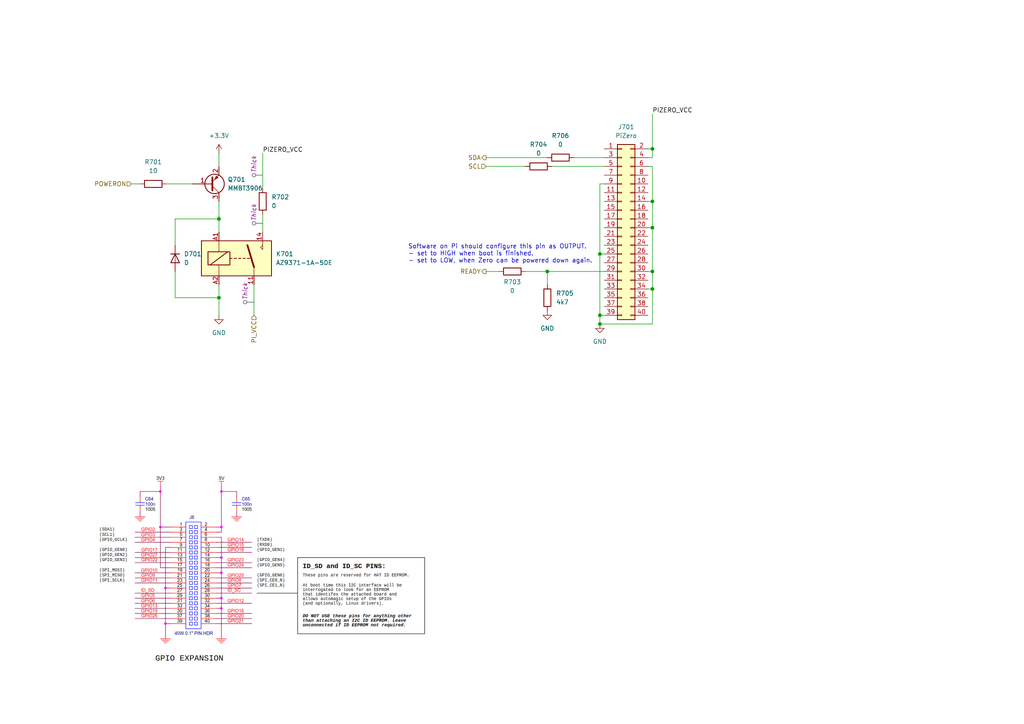
<source format=kicad_sch>
(kicad_sch (version 20231120) (generator "eeschema") (generator_version "8.0")
  (paper "A4")
  (title_block (title "Pouch 2") (date "2024-08-30") (company "Frankfurt University") (comment 2 "Author: Leon Schnieber"))
  (lib_symbols
    (symbol "Device:D" (pin_numbers hide) (pin_names (offset 1.016) hide)
      (property "Reference" "D" (at 0 2.54 0))
      (property "Value" "D" (at 0 -2.54 0))
      (symbol "D_0_1"
        (polyline (pts (xy -1.27 1.27) (xy -1.27 -1.27)) (stroke (width 0.254)))
        (polyline (pts (xy 1.27 0) (xy -1.27 0)))
        (polyline (pts (xy 1.27 1.27) (xy 1.27 -1.27) (xy -1.27 0) (xy 1.27 1.27)) (stroke (width 0.254)))
      )
      (symbol "D_1_1"
        (pin passive line (at -3.81 0 0) (length 2.54) (name "K") (number "1"))
        (pin passive line (at 3.81 0 180) (length 2.54) (name "A") (number "2"))
      )
    )
    (symbol "Device:R" (pin_numbers hide) (pin_names (offset 0))
      (property "Reference" "R" (at 2.032 0 90))
      (property "Value" "R" (at 0 0 90))
      (symbol "R_0_1"
        (rectangle (start -1.016 -2.54) (end 1.016 2.54) (stroke (width 0.254)))
      )
      (symbol "R_1_1"
        (pin passive line (at 0 3.81 270) (length 1.27) (name "~") (number "1"))
        (pin passive line (at 0 -3.81 90) (length 1.27) (name "~") (number "2"))
      )
    )
    (symbol "Relay:RM50-xx21"
      (property "Reference" "K" (at 11.43 3.81 0))
      (property "Value" "RM50-xx21" (at 11.43 1.27 0))
      (symbol "RM50-xx21_0_1"
        (rectangle (start -10.16 5.08) (end 10.16 -5.08) (stroke (width 0.254)) (fill (type background)))
        (rectangle (start -8.255 1.905) (end -1.905 -1.905) (stroke (width 0.254)))
        (polyline (pts (xy -7.62 -1.905) (xy -2.54 1.905)) (stroke (width 0.254)))
        (polyline (pts (xy -5.08 -5.08) (xy -5.08 -1.905)))
        (polyline (pts (xy -5.08 5.08) (xy -5.08 1.905)))
        (polyline (pts (xy -1.905 0) (xy -1.27 0)) (stroke (width 0.254)))
        (polyline (pts (xy -0.635 0) (xy 0 0)) (stroke (width 0.254)))
        (polyline (pts (xy 0.635 0) (xy 1.27 0)) (stroke (width 0.254)))
        (polyline (pts (xy 1.905 0) (xy 2.54 0)) (stroke (width 0.254)))
        (polyline (pts (xy 3.175 0) (xy 3.81 0)) (stroke (width 0.254)))
        (polyline (pts (xy 5.08 -2.54) (xy 3.175 3.81)) (stroke (width 0.508)))
        (polyline (pts (xy 5.08 -2.54) (xy 5.08 -5.08)))
        (polyline (pts (xy 7.62 5.08) (xy 7.62 2.54) (xy 6.985 3.175) (xy 7.62 3.81)))
      )
      (symbol "RM50-xx21_1_1"
        (pin passive line (at 5.08 -7.62 90) (length 2.54) (name "~") (number "11"))
        (pin passive line (at 7.62 7.62 270) (length 2.54) (name "~") (number "14"))
        (pin passive line (at -5.08 7.62 270) (length 2.54) (name "~") (number "A1"))
        (pin passive line (at -5.08 -7.62 90) (length 2.54) (name "~") (number "A2"))
      )
    )
    (symbol "SensorBoards:PiZero" (pin_names (offset 1.016) hide)
      (property "Reference" "J801" (at 1.27 29.21 0))
      (property "Value" "PiZero" (at 1.27 26.67 0))
      (symbol "PiZero_1_1"
        (rectangle (start -1.27 -25.273) (end 0 -25.527) (stroke (width 0.1524)))
        (rectangle (start -1.27 -22.733) (end 0 -22.987) (stroke (width 0.1524)))
        (rectangle (start -1.27 -20.193) (end 0 -20.447) (stroke (width 0.1524)))
        (rectangle (start -1.27 -17.653) (end 0 -17.907) (stroke (width 0.1524)))
        (rectangle (start -1.27 -15.113) (end 0 -15.367) (stroke (width 0.1524)))
        (rectangle (start -1.27 -12.573) (end 0 -12.827) (stroke (width 0.1524)))
        (rectangle (start -1.27 -10.033) (end 0 -10.287) (stroke (width 0.1524)))
        (rectangle (start -1.27 -7.493) (end 0 -7.747) (stroke (width 0.1524)))
        (rectangle (start -1.27 -4.953) (end 0 -5.207) (stroke (width 0.1524)))
        (rectangle (start -1.27 -2.413) (end 0 -2.667) (stroke (width 0.1524)))
        (rectangle (start -1.27 0.127) (end 0 -0.127) (stroke (width 0.1524)))
        (rectangle (start -1.27 2.667) (end 0 2.413) (stroke (width 0.1524)))
        (rectangle (start -1.27 5.207) (end 0 4.953) (stroke (width 0.1524)))
        (rectangle (start -1.27 7.747) (end 0 7.493) (stroke (width 0.1524)))
        (rectangle (start -1.27 10.287) (end 0 10.033) (stroke (width 0.1524)))
        (rectangle (start -1.27 12.827) (end 0 12.573) (stroke (width 0.1524)))
        (rectangle (start -1.27 15.367) (end 0 15.113) (stroke (width 0.1524)))
        (rectangle (start -1.27 17.907) (end 0 17.653) (stroke (width 0.1524)))
        (rectangle (start -1.27 20.447) (end 0 20.193) (stroke (width 0.1524)))
        (rectangle (start -1.27 22.987) (end 0 22.733) (stroke (width 0.1524)))
        (rectangle (start -1.27 24.13) (end 3.81 -26.67) (stroke (width 0.254)) (fill (type background)))
        (rectangle (start 3.81 -25.273) (end 2.54 -25.527) (stroke (width 0.1524)))
        (rectangle (start 3.81 -22.733) (end 2.54 -22.987) (stroke (width 0.1524)))
        (rectangle (start 3.81 -20.193) (end 2.54 -20.447) (stroke (width 0.1524)))
        (rectangle (start 3.81 -17.653) (end 2.54 -17.907) (stroke (width 0.1524)))
        (rectangle (start 3.81 -15.113) (end 2.54 -15.367) (stroke (width 0.1524)))
        (rectangle (start 3.81 -12.573) (end 2.54 -12.827) (stroke (width 0.1524)))
        (rectangle (start 3.81 -10.033) (end 2.54 -10.287) (stroke (width 0.1524)))
        (rectangle (start 3.81 -7.493) (end 2.54 -7.747) (stroke (width 0.1524)))
        (rectangle (start 3.81 -4.953) (end 2.54 -5.207) (stroke (width 0.1524)))
        (rectangle (start 3.81 -2.413) (end 2.54 -2.667) (stroke (width 0.1524)))
        (rectangle (start 3.81 0.127) (end 2.54 -0.127) (stroke (width 0.1524)))
        (rectangle (start 3.81 2.667) (end 2.54 2.413) (stroke (width 0.1524)))
        (rectangle (start 3.81 5.207) (end 2.54 4.953) (stroke (width 0.1524)))
        (rectangle (start 3.81 7.747) (end 2.54 7.493) (stroke (width 0.1524)))
        (rectangle (start 3.81 10.287) (end 2.54 10.033) (stroke (width 0.1524)))
        (rectangle (start 3.81 12.827) (end 2.54 12.573) (stroke (width 0.1524)))
        (rectangle (start 3.81 15.367) (end 2.54 15.113) (stroke (width 0.1524)))
        (rectangle (start 3.81 17.907) (end 2.54 17.653) (stroke (width 0.1524)))
        (rectangle (start 3.81 20.447) (end 2.54 20.193) (stroke (width 0.1524)))
        (rectangle (start 3.81 22.987) (end 2.54 22.733) (stroke (width 0.1524)))
        (pin passive line (at -5.08 22.86 0) (length 3.81) (name "Pin_1") (number "1"))
        (pin passive line (at 7.62 12.7 180) (length 3.81) (name "Pin_10") (number "10"))
        (pin passive line (at -5.08 10.16 0) (length 3.81) (name "Pin_11") (number "11"))
        (pin passive line (at 7.62 10.16 180) (length 3.81) (name "Pin_12") (number "12"))
        (pin passive line (at -5.08 7.62 0) (length 3.81) (name "Pin_13") (number "13"))
        (pin passive line (at 7.62 7.62 180) (length 3.81) (name "Pin_14") (number "14"))
        (pin passive line (at -5.08 5.08 0) (length 3.81) (name "Pin_15") (number "15"))
        (pin passive line (at 7.62 5.08 180) (length 3.81) (name "Pin_16") (number "16"))
        (pin passive line (at -5.08 2.54 0) (length 3.81) (name "Pin_17") (number "17"))
        (pin passive line (at 7.62 2.54 180) (length 3.81) (name "Pin_18") (number "18"))
        (pin passive line (at -5.08 0 0) (length 3.81) (name "Pin_19") (number "19"))
        (pin passive line (at 7.62 22.86 180) (length 3.81) (name "Pin_2") (number "2"))
        (pin passive line (at 7.62 0 180) (length 3.81) (name "Pin_20") (number "20"))
        (pin passive line (at -5.08 -2.54 0) (length 3.81) (name "Pin_21") (number "21"))
        (pin passive line (at 7.62 -2.54 180) (length 3.81) (name "Pin_22") (number "22"))
        (pin passive line (at -5.08 -5.08 0) (length 3.81) (name "Pin_23") (number "23"))
        (pin passive line (at 7.62 -5.08 180) (length 3.81) (name "Pin_24") (number "24"))
        (pin passive line (at -5.08 -7.62 0) (length 3.81) (name "Pin_25") (number "25"))
        (pin passive line (at 7.62 -7.62 180) (length 3.81) (name "Pin_26") (number "26"))
        (pin passive line (at -5.08 -10.16 0) (length 3.81) (name "Pin_27") (number "27"))
        (pin passive line (at 7.62 -10.16 180) (length 3.81) (name "Pin_28") (number "28"))
        (pin passive line (at -5.08 -12.7 0) (length 3.81) (name "Pin_29") (number "29"))
        (pin passive line (at -5.08 20.32 0) (length 3.81) (name "Pin_3") (number "3"))
        (pin passive line (at 7.62 -12.7 180) (length 3.81) (name "Pin_30") (number "30"))
        (pin passive line (at -5.08 -15.24 0) (length 3.81) (name "Pin_31") (number "31"))
        (pin passive line (at 7.62 -15.24 180) (length 3.81) (name "Pin_32") (number "32"))
        (pin passive line (at -5.08 -17.78 0) (length 3.81) (name "Pin_33") (number "33"))
        (pin passive line (at 7.62 -17.78 180) (length 3.81) (name "Pin_34") (number "34"))
        (pin passive line (at -5.08 -20.32 0) (length 3.81) (name "Pin_35") (number "35"))
        (pin passive line (at 7.62 -20.32 180) (length 3.81) (name "Pin_36") (number "36"))
        (pin passive line (at -5.08 -22.86 0) (length 3.81) (name "Pin_37") (number "37"))
        (pin passive line (at 7.62 -22.86 180) (length 3.81) (name "Pin_38") (number "38"))
        (pin passive line (at -5.08 -25.4 0) (length 3.81) (name "Pin_39") (number "39"))
        (pin passive line (at 7.62 20.32 180) (length 3.81) (name "Pin_4") (number "4"))
        (pin passive line (at 7.62 -25.4 180) (length 3.81) (name "Pin_40") (number "40"))
        (pin passive line (at -5.08 17.78 0) (length 3.81) (name "Pin_5") (number "5"))
        (pin passive line (at 7.62 17.78 180) (length 3.81) (name "Pin_6") (number "6"))
        (pin passive line (at -5.08 15.24 0) (length 3.81) (name "Pin_7") (number "7"))
        (pin passive line (at 7.62 15.24 180) (length 3.81) (name "Pin_8") (number "8"))
        (pin passive line (at -5.08 12.7 0) (length 3.81) (name "Pin_9") (number "9"))
      )
    )
    (symbol "Transistor_BJT:MMBT3906" (pin_names (offset 0) hide)
      (property "Reference" "Q" (at 5.08 1.905 0))
      (property "Value" "MMBT3906" (at 5.08 0 0))
      (symbol "MMBT3906_0_1"
        (polyline (pts (xy 0.635 0.635) (xy 2.54 2.54)))
        (polyline (pts (xy 0.635 -0.635) (xy 2.54 -2.54) (xy 2.54 -2.54)))
        (polyline (pts (xy 0.635 1.905) (xy 0.635 -1.905) (xy 0.635 -1.905)) (stroke (width 0.508)))
        (polyline (pts (xy 2.286 -1.778) (xy 1.778 -2.286) (xy 1.27 -1.27) (xy 2.286 -1.778) (xy 2.286 -1.778)) (fill (type outline)))
        (circle (center 1.27 0) (radius 2.8194) (stroke (width 0.254)))
      )
      (symbol "MMBT3906_1_1"
        (pin input line (at -5.08 0 0) (length 5.715) (name "B") (number "1"))
        (pin passive line (at 2.54 -5.08 90) (length 2.54) (name "E") (number "2"))
        (pin passive line (at 2.54 5.08 270) (length 2.54) (name "C") (number "3"))
      )
    )
    (symbol "power:+3.3V" (power) (pin_names (offset 0))
      (property "Value" "+3.3V" (at 0 3.556 0))
      (symbol "+3.3V_0_1"
        (polyline (pts (xy -0.762 1.27) (xy 0 2.54)))
        (polyline (pts (xy 0 0) (xy 0 2.54)))
        (polyline (pts (xy 0 2.54) (xy 0.762 1.27)))
      )
      (symbol "+3.3V_1_1"
        (pin power_in line (at 0 0 90) (length 0) hide (name "+3V3") (number "1"))
      )
    )
    (symbol "power:GND" (power) (pin_names (offset 0))
      (property "Value" "GND" (at 0 -3.81 0))
      (symbol "GND_0_1"
        (polyline (pts (xy 0 0) (xy 0 -1.27) (xy 1.27 -1.27) (xy 0 -2.54) (xy -1.27 -1.27) (xy 0 -1.27)))
      )
      (symbol "GND_1_1"
        (pin power_in line (at 0 0 270) (length 0) hide (name "GND") (number "1"))
      )
    )
  )
  (junction (at 63.5 63.5))
  (junction (at 173.99 91.44))
  (junction (at 173.99 73.66))
  (junction (at 158.75 78.74))
  (junction (at 189.23 66.04))
  (junction (at 189.23 78.74))
  (junction (at 173.99 93.98))
  (junction (at 189.23 58.42))
  (junction (at 189.23 83.82))
  (junction (at 189.23 43.18))
  (junction (at 63.5 86.36))
  (wire (pts (xy 187.96 66.04) (xy 189.23 66.04)))
  (wire (pts (xy 173.99 53.34) (xy 173.99 73.66)))
  (wire (pts (xy 187.96 45.72) (xy 189.23 45.72)))
  (wire (pts (xy 76.2 67.31) (xy 76.2 62.23)))
  (wire (pts (xy 158.75 78.74) (xy 158.75 82.55)))
  (wire (pts (xy 189.23 66.04) (xy 189.23 78.74)))
  (wire (pts (xy 187.96 78.74) (xy 189.23 78.74)))
  (wire (pts (xy 63.5 63.5) (xy 63.5 67.31)))
  (wire (pts (xy 189.23 48.26) (xy 189.23 58.42)))
  (wire (pts (xy 50.8 78.74) (xy 50.8 86.36)))
  (wire (pts (xy 63.5 82.55) (xy 63.5 86.36)))
  (wire (pts (xy 63.5 86.36) (xy 63.5 91.44)))
  (wire (pts (xy 140.97 45.72) (xy 158.75 45.72)))
  (wire (pts (xy 63.5 44.45) (xy 63.5 48.26)))
  (wire (pts (xy 173.99 73.66) (xy 173.99 91.44)))
  (wire (pts (xy 187.96 48.26) (xy 189.23 48.26)))
  (wire (pts (xy 140.97 78.74) (xy 144.78 78.74)))
  (wire (pts (xy 160.02 48.26) (xy 175.26 48.26)))
  (wire (pts (xy 158.75 78.74) (xy 175.26 78.74)))
  (wire (pts (xy 73.66 82.55) (xy 73.66 91.44)))
  (wire (pts (xy 173.99 93.98) (xy 173.99 91.44)))
  (wire (pts (xy 48.26 53.34) (xy 55.88 53.34)))
  (wire (pts (xy 50.8 63.5) (xy 63.5 63.5)))
  (wire (pts (xy 50.8 71.12) (xy 50.8 63.5)))
  (wire (pts (xy 189.23 93.98) (xy 173.99 93.98)))
  (wire (pts (xy 50.8 86.36) (xy 63.5 86.36)))
  (wire (pts (xy 63.5 58.42) (xy 63.5 63.5)))
  (wire (pts (xy 152.4 78.74) (xy 158.75 78.74)))
  (wire (pts (xy 173.99 91.44) (xy 175.26 91.44)))
  (wire (pts (xy 189.23 45.72) (xy 189.23 43.18)))
  (wire (pts (xy 76.2 54.61) (xy 76.2 44.45)))
  (wire (pts (xy 175.26 73.66) (xy 173.99 73.66)))
  (wire (pts (xy 189.23 33.02) (xy 189.23 43.18)))
  (wire (pts (xy 189.23 83.82) (xy 189.23 93.98)))
  (wire (pts (xy 166.37 45.72) (xy 175.26 45.72)))
  (wire (pts (xy 175.26 53.34) (xy 173.99 53.34)))
  (wire (pts (xy 187.96 83.82) (xy 189.23 83.82)))
  (wire (pts (xy 189.23 78.74) (xy 189.23 83.82)))
  (wire (pts (xy 140.97 48.26) (xy 152.4 48.26)))
  (wire (pts (xy 189.23 58.42) (xy 189.23 66.04)))
  (wire (pts (xy 187.96 43.18) (xy 189.23 43.18)))
  (wire (pts (xy 38.1 53.34) (xy 40.64 53.34)))
  (wire (pts (xy 187.96 58.42) (xy 189.23 58.42)))
  (image (at 74.93 165.1) (scale 0.270576))
  (text "Software on Pi should configure this pin as OUTPUT.\n- set to HIGH when boot is finished.\n- set to LOW, when Zero can be powered down again." (at 118.364 73.66 0) (effects (font (size 1.27 1.27)) (justify left)))
  (label "PIZERO_VCC" (at 76.2 44.45 0))
  (label "PIZERO_VCC" (at 189.23 33.02 0))
  (hierarchical_label "SDA" (shape output) (at 140.97 45.72 180))
  (hierarchical_label "READY" (shape output) (at 140.97 78.74 180))
  (hierarchical_label "SCL" (shape input) (at 140.97 48.26 180))
  (hierarchical_label "PI_VCC" (shape input) (at 73.66 91.44 270))
  (hierarchical_label "POWERON" (shape input) (at 38.1 53.34 180))
  (netclass_flag "" (length 2.54) (shape round) (at 76.2 50.8 90) (property "Netclass" "Thick" (at 73.66 50.1015 90) (effects (font (italic yes)) (justify left))))
  (netclass_flag "" (length 2.54) (shape round) (at 73.66 87.63 90) (property "Netclass" "Thick" (at 71.12 86.9315 90) (effects (font (italic yes)) (justify left))))
  (netclass_flag "" (length 2.54) (shape round) (at 76.2 64.77 90) (property "Netclass" "Thick" (at 73.66 64.0715 90) (effects (font (italic yes)) (justify left))))
  (symbol (lib_id "Device:R") (at 148.59 78.74 90) (unit 1)
    (property "Reference" "R703" (at 148.59 81.788 90))
    (property "Value" "0" (at 148.59 84.328 90))
    (property "Footprint" "Resistor_SMD:R_0805_2012Metric" (effects (hide yes)))
    (property "Description" "Resistor" (effects (hide yes)))
    (property "LCSC" "C17477" (effects (hide yes)))
    (property "MPN_Eurocircuit" "GPR08050R" (effects (hide yes)))
    (property "OrderStatus" "assembly" (effects (hide yes)))
  )
  (symbol (lib_id "Device:R") (at 76.2 58.42 180) (unit 1)
    (property "Reference" "R702" (at 78.74 57.1499 0) (effects (justify right)))
    (property "Value" "0" (at 78.74 59.6899 0) (effects (justify right)))
    (property "Footprint" "Resistor_SMD:R_0805_2012Metric" (effects (hide yes)))
    (property "Description" "Resistor" (effects (hide yes)))
    (property "LCSC" "C17477" (effects (hide yes)))
    (property "MPN_Eurocircuit" "GPR08050R" (effects (hide yes)))
    (property "OrderStatus" "assembly" (effects (hide yes)))
  )
  (symbol (lib_id "Device:R") (at 158.75 86.36 0) (unit 1)
    (property "Reference" "R705" (at 161.29 85.0899 0) (effects (justify left)))
    (property "Value" "4k7" (at 161.29 87.6299 0) (effects (justify left)))
    (property "Footprint" "Resistor_SMD:R_0805_2012Metric" (effects (hide yes)))
    (property "Description" "Resistor" (effects (hide yes)))
    (property "LCSC" "C17673" (effects (hide yes)))
    (property "MPN_Eurocircuit" "GPR08054K7" (effects (hide yes)))
    (property "OrderStatus" "assembly" (effects (hide yes)))
  )
  (symbol (lib_id "SensorBoards:PiZero") (at 180.34 66.04 0) (unit 1)
    (property "Reference" "J701" (at 181.61 36.83 0))
    (property "Value" "PiZero" (at 181.61 39.37 0))
    (property "Footprint" "SensorBoards:Raspberry_Pi_Zero_Socket_wo_drills" (effects (hide yes)))
    (property "Description" "Generic connector, double row, 02x20, odd/even pin numbering scheme (row 1 odd numbers, row 2 even numbers), script generated (kicad-library-utils/schlib/autogen/connector/)" (effects (hide yes)))
    (property "OrderStatus" "manual" (effects (hide yes)))
  )
  (symbol (lib_id "power:+3.3V") (at 63.5 44.45 0) (unit 1)
    (property "Reference" "#PWR0701" (effects (hide yes)))
    (property "Value" "+3.3V" (at 63.5 39.37 0))
    (property "Description" "Power symbol creates a global label with name \"+3.3V\"" (effects (hide yes)))
  )
  (symbol (lib_id "Device:R") (at 44.45 53.34 90) (unit 1)
    (property "Reference" "R701" (at 44.45 46.99 90))
    (property "Value" "10" (at 44.45 49.53 90))
    (property "Footprint" "Resistor_SMD:R_0805_2012Metric" (effects (hide yes)))
    (property "Description" "Resistor" (effects (hide yes)))
    (property "LCSC" "C17415" (effects (hide yes)))
    (property "MPN_Eurocircuit" "GPR080510R" (effects (hide yes)))
    (property "OrderStatus" "assembly" (effects (hide yes)))
  )
  (symbol (lib_id "Relay:RM50-xx21") (at 68.58 74.93 0) (unit 1)
    (property "Reference" "K701" (at 80.01 73.6599 0) (effects (justify left)))
    (property "Value" "AZ9371-1A-5DE" (at 80.01 76.1999 0) (effects (justify left)))
    (property "Footprint" "Relay_THT:Relay_1-Form-A_Schrack-RYII_RM5mm" (effects (hide yes)))
    (property "Datasheet" "https://cdn-reichelt.de/documents/datenblatt/C300/AZ9371.pdf" (effects (hide yes)))
    (property "Description" "Relay 5V Reichelt" (effects (hide yes)))
    (property "OrderStatus" "manual" (effects (hide yes)))
  )
  (symbol (lib_id "Device:R") (at 162.56 45.72 270) (unit 1)
    (property "Reference" "R706" (at 162.56 39.37 90))
    (property "Value" "0" (at 162.56 41.91 90))
    (property "Footprint" "Resistor_SMD:R_0805_2012Metric" (effects (hide yes)))
    (property "Description" "Resistor" (effects (hide yes)))
    (property "LCSC" "C17477" (effects (hide yes)))
    (property "MPN_Eurocircuit" "GPR08050R" (effects (hide yes)))
    (property "OrderStatus" "assembly" (effects (hide yes)))
  )
  (symbol (lib_id "power:GND") (at 173.99 93.98 0) (unit 1)
    (property "Reference" "#PWR0704" (effects (hide yes)))
    (property "Value" "GND" (at 173.99 99.06 0))
    (property "Description" "Power symbol creates a global label with name \"GND\" , ground" (effects (hide yes)))
  )
  (symbol (lib_id "power:GND") (at 63.5 91.44 0) (unit 1)
    (property "Reference" "#PWR0702" (effects (hide yes)))
    (property "Value" "GND" (at 63.5 96.52 0))
    (property "Description" "Power symbol creates a global label with name \"GND\" , ground" (effects (hide yes)))
  )
  (symbol (lib_id "Transistor_BJT:MMBT3906") (at 60.96 53.34 0) (mirror x) (unit 1)
    (property "Reference" "Q701" (at 66.04 52.0699 0) (effects (justify left)))
    (property "Value" "MMBT3906" (at 66.04 54.6099 0) (effects (justify left)))
    (property "Footprint" "Package_TO_SOT_SMD:SOT-23" (effects (hide yes)))
    (property "Datasheet" "https://www.onsemi.com/pub/Collateral/2N3906-D.PDF" (effects (hide yes)))
    (property "Description" "-0.2A Ic, -40V Vce, Small Signal PNP Transistor, SOT-23" (effects (hide yes)))
    (property "MPN_Eurocircuit" "MMBT3906" (effects (hide yes)))
    (property "OrderStatus" "order" (effects (hide yes)))
  )
  (symbol (lib_id "Device:D") (at 50.8 74.93 270) (unit 1)
    (property "Reference" "D701" (at 53.34 73.6599 90) (effects (justify left)))
    (property "Value" "D" (at 53.34 76.1999 90) (effects (justify left)))
    (property "Footprint" "Diode_SMD:D_0805_2012Metric" (effects (hide yes)))
    (property "Description" "Diode" (effects (hide yes)))
    (property "OrderStatus" "order" (effects (hide yes)))
  )
  (symbol (lib_id "power:GND") (at 158.75 90.17 0) (unit 1)
    (property "Reference" "#PWR0703" (effects (hide yes)))
    (property "Value" "GND" (at 158.75 95.25 0))
    (property "Description" "Power symbol creates a global label with name \"GND\" , ground" (effects (hide yes)))
  )
  (symbol (lib_id "Device:R") (at 156.21 48.26 90) (unit 1)
    (property "Reference" "R704" (at 156.21 41.91 90))
    (property "Value" "0" (at 156.21 44.45 90))
    (property "Footprint" "Resistor_SMD:R_0805_2012Metric" (effects (hide yes)))
    (property "Description" "Resistor" (effects (hide yes)))
    (property "LCSC" "C17477" (effects (hide yes)))
    (property "MPN_Eurocircuit" "GPR08050R" (effects (hide yes)))
    (property "OrderStatus" "assembly" (effects (hide yes)))
  )
)
</source>
